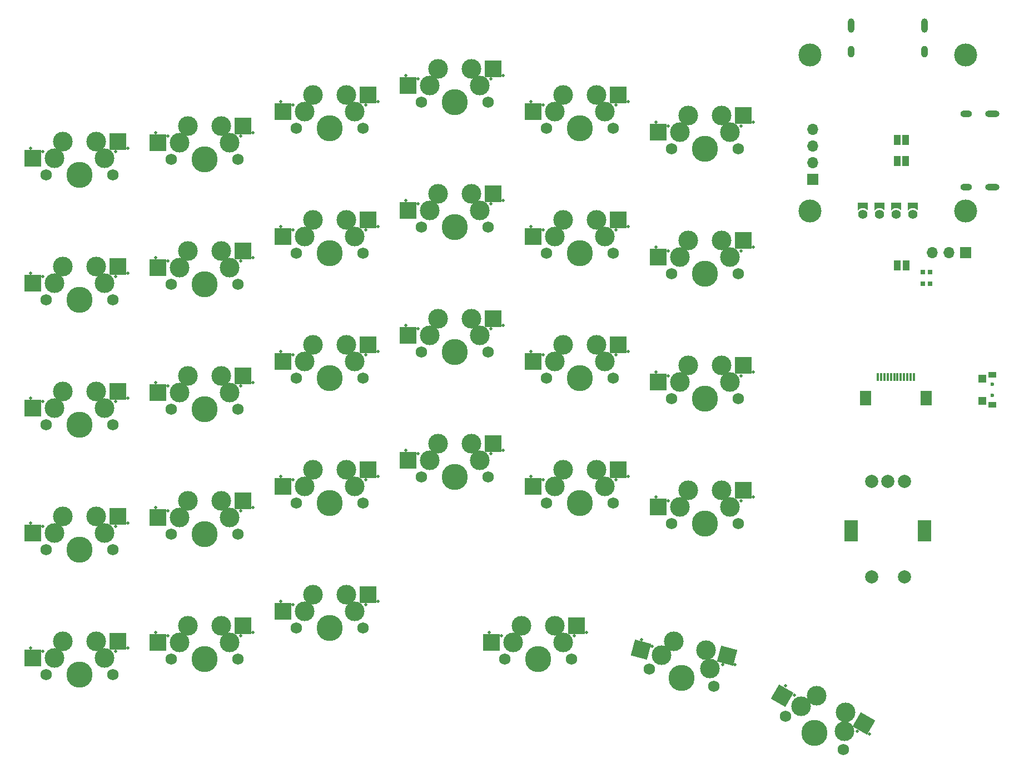
<source format=gbr>
G04 #@! TF.GenerationSoftware,KiCad,Pcbnew,(6.0.2)*
G04 #@! TF.CreationDate,2022-05-21T05:00:10+01:00*
G04 #@! TF.ProjectId,Cantaloupe,43616e74-616c-46f7-9570-652e6b696361,rev?*
G04 #@! TF.SameCoordinates,Original*
G04 #@! TF.FileFunction,Soldermask,Bot*
G04 #@! TF.FilePolarity,Negative*
%FSLAX46Y46*%
G04 Gerber Fmt 4.6, Leading zero omitted, Abs format (unit mm)*
G04 Created by KiCad (PCBNEW (6.0.2)) date 2022-05-21 05:00:10*
%MOMM*%
%LPD*%
G01*
G04 APERTURE LIST*
G04 Aperture macros list*
%AMRotRect*
0 Rectangle, with rotation*
0 The origin of the aperture is its center*
0 $1 length*
0 $2 width*
0 $3 Rotation angle, in degrees counterclockwise*
0 Add horizontal line*
21,1,$1,$2,0,0,$3*%
%AMFreePoly0*
4,1,40,0.702426,0.732426,0.720000,0.690000,0.702426,0.647574,0.696697,0.645201,0.692962,0.637491,0.685177,0.634787,0.579564,0.521125,0.493298,0.383056,0.434696,0.231165,0.405873,0.070933,0.407870,-0.091858,0.440613,-0.251334,0.502922,-0.401742,0.592548,-0.537654,0.700916,-0.648692,0.708765,-0.651204,0.709979,-0.653560,0.712426,-0.654574,0.720333,-0.673664,0.729793,-0.692029,
0.728986,-0.694551,0.730000,-0.697000,0.722094,-0.716087,0.715796,-0.735765,0.713440,-0.736979,0.712426,-0.739426,0.693336,-0.747333,0.674971,-0.756793,0.672449,-0.755986,0.670000,-0.757000,-0.350000,-0.757000,-0.366899,-0.750000,-0.400000,-0.750000,-0.400000,-0.721141,-0.410000,-0.697000,-0.410000,0.690000,-0.400000,0.714141,-0.400000,0.750000,0.660000,0.750000,0.702426,0.732426,
0.702426,0.732426,$1*%
G04 Aperture macros list end*
%ADD10C,1.400000*%
%ADD11C,3.500000*%
%ADD12FreePoly0,270.000000*%
%ADD13C,3.000000*%
%ADD14C,1.750000*%
%ADD15C,3.987800*%
%ADD16C,0.500000*%
%ADD17RotRect,2.550000X2.500000X345.000000*%
%ADD18RotRect,2.550000X2.500000X330.000000*%
%ADD19C,2.000000*%
%ADD20R,2.000000X3.200000*%
%ADD21R,2.550000X2.500000*%
%ADD22O,1.000000X1.800000*%
%ADD23O,1.000000X2.200000*%
%ADD24O,2.200000X1.000000*%
%ADD25O,1.800000X1.000000*%
%ADD26R,0.700000X0.700000*%
%ADD27R,1.700000X1.700000*%
%ADD28O,1.700000X1.700000*%
%ADD29C,0.600000*%
%ADD30R,1.200000X0.900000*%
%ADD31R,1.300000X1.150000*%
%ADD32R,1.000000X1.500000*%
%ADD33R,0.300000X1.300000*%
%ADD34R,1.800000X2.200000*%
G04 APERTURE END LIST*
D10*
X145923078Y-44409596D03*
X148463078Y-44409596D03*
D11*
X159063078Y-20109596D03*
X135323078Y-20109596D03*
D10*
X151003078Y-44409596D03*
D11*
X135323078Y-43909596D03*
D10*
X143383078Y-44409596D03*
D11*
X159063078Y-43909596D03*
D12*
X151013078Y-43069596D03*
X148473078Y-43069596D03*
X145933078Y-43069596D03*
X143393078Y-43069596D03*
D13*
X119500773Y-110829505D03*
D14*
X110825618Y-113764207D03*
D13*
X114593870Y-109514704D03*
D14*
X120639424Y-116393809D03*
D13*
X120070099Y-113611657D03*
X112709744Y-111639456D03*
D15*
X115732521Y-115079008D03*
D16*
X109655140Y-109226652D03*
D17*
X109546337Y-110791823D03*
D16*
X111295579Y-110225255D03*
D17*
X122690260Y-111684126D03*
D16*
X123921865Y-113049409D03*
X122001901Y-113094006D03*
D13*
X140538838Y-123213293D03*
X136309576Y-117838589D03*
D14*
X131569872Y-120967998D03*
X140368690Y-126047998D03*
D13*
X140708986Y-120378589D03*
D15*
X135969281Y-123507998D03*
D13*
X133939724Y-119403293D03*
D16*
X132939768Y-117671268D03*
X131613683Y-116282114D03*
D18*
X131103491Y-117765793D03*
D16*
X142538794Y-123213268D03*
D18*
X143568601Y-122029589D03*
D16*
X144404879Y-123667114D03*
D19*
X149693078Y-85139811D03*
X144693078Y-85139811D03*
X147193078Y-85139811D03*
D20*
X141593078Y-92639811D03*
X152793078Y-92639811D03*
D19*
X144693078Y-99639811D03*
X149693078Y-99639811D03*
D14*
X18958511Y-38402748D03*
D13*
X26578511Y-33322748D03*
X27848511Y-35862748D03*
X21498511Y-33322748D03*
X20228511Y-35862748D03*
D14*
X29118511Y-38402748D03*
D15*
X24038511Y-38402748D03*
D21*
X16953511Y-35862748D03*
D16*
X16653511Y-34322748D03*
X18496511Y-34862748D03*
X29580511Y-34862748D03*
D21*
X29880511Y-33322748D03*
D16*
X31423511Y-34322748D03*
D14*
X105318514Y-88408990D03*
D13*
X97698514Y-83328990D03*
D14*
X95158514Y-88408990D03*
D15*
X100238514Y-88408990D03*
D13*
X96428514Y-85868990D03*
X104048514Y-85868990D03*
X102778514Y-83328990D03*
D16*
X94696514Y-84868990D03*
X92853514Y-84328990D03*
D21*
X93153514Y-85868990D03*
D16*
X105780514Y-84868990D03*
X107623514Y-84328990D03*
D21*
X106080514Y-83328990D03*
D13*
X115478499Y-89044011D03*
D15*
X119288499Y-91584011D03*
D14*
X124368499Y-91584011D03*
D13*
X121828499Y-86504011D03*
D14*
X114208499Y-91584011D03*
D13*
X116748499Y-86504011D03*
X123098499Y-89044011D03*
D16*
X113746499Y-88044011D03*
D21*
X112203499Y-89044011D03*
D16*
X111903499Y-87504011D03*
X126673499Y-87504011D03*
D21*
X125130499Y-86504011D03*
D16*
X124830499Y-88044011D03*
D15*
X62138504Y-88409002D03*
D14*
X67218504Y-88409002D03*
X57058504Y-88409002D03*
D13*
X59598504Y-83329002D03*
X58328504Y-85869002D03*
X65948504Y-85869002D03*
X64678504Y-83329002D03*
D21*
X55053504Y-85869002D03*
D16*
X56596504Y-84869002D03*
X54753504Y-84329002D03*
D21*
X67980504Y-83329002D03*
D16*
X67680504Y-84869002D03*
X69523504Y-84329002D03*
D15*
X81188504Y-84440249D03*
D13*
X77378504Y-81900249D03*
D14*
X76108504Y-84440249D03*
X86268504Y-84440249D03*
D13*
X83728504Y-79360249D03*
X78648504Y-79360249D03*
X84998504Y-81900249D03*
D21*
X74103504Y-81900249D03*
D16*
X73803504Y-80360249D03*
X75646504Y-80900249D03*
X88573504Y-80360249D03*
X86730504Y-80900249D03*
D21*
X87030504Y-79360249D03*
D13*
X20228519Y-112062754D03*
D14*
X18958519Y-114602754D03*
D15*
X24038519Y-114602754D03*
D13*
X21498519Y-109522754D03*
D14*
X29118519Y-114602754D03*
D13*
X27848519Y-112062754D03*
X26578519Y-109522754D03*
D21*
X16953519Y-112062754D03*
D16*
X16653519Y-110522754D03*
X18496519Y-111062754D03*
X29580519Y-111062754D03*
D21*
X29880519Y-109522754D03*
D16*
X31423519Y-110522754D03*
D13*
X104048499Y-47768999D03*
D14*
X95158499Y-50308999D03*
D13*
X97698499Y-45228999D03*
D15*
X100238499Y-50308999D03*
D14*
X105318499Y-50308999D03*
D13*
X96428499Y-47768999D03*
X102778499Y-45228999D03*
D21*
X93153499Y-47768999D03*
D16*
X92853499Y-46228999D03*
X94696499Y-46768999D03*
X105780499Y-46768999D03*
X107623499Y-46228999D03*
D21*
X106080499Y-45228999D03*
D13*
X115478509Y-50944005D03*
X116748509Y-48404005D03*
D15*
X119288509Y-53484005D03*
D13*
X121828509Y-48404005D03*
D14*
X124368509Y-53484005D03*
X114208509Y-53484005D03*
D13*
X123098509Y-50944005D03*
D16*
X113746509Y-49944005D03*
D21*
X112203509Y-50944005D03*
D16*
X111903509Y-49404005D03*
X126673509Y-49404005D03*
X124830509Y-49944005D03*
D21*
X125130509Y-48404005D03*
D14*
X29118511Y-76502757D03*
X18958511Y-76502757D03*
D15*
X24038511Y-76502757D03*
D13*
X20228511Y-73962757D03*
X21498511Y-71422757D03*
X27848511Y-73962757D03*
X26578511Y-71422757D03*
D16*
X18496511Y-72962757D03*
D21*
X16953511Y-73962757D03*
D16*
X16653511Y-72422757D03*
D21*
X29880511Y-71422757D03*
D16*
X31423511Y-72422757D03*
X29580511Y-72962757D03*
D13*
X46898518Y-71581487D03*
X40548518Y-69041487D03*
D15*
X43088518Y-74121487D03*
D14*
X38008518Y-74121487D03*
X48168518Y-74121487D03*
D13*
X39278518Y-71581487D03*
X45628518Y-69041487D03*
D16*
X37546518Y-70581487D03*
D21*
X36003518Y-71581487D03*
D16*
X35703518Y-70041487D03*
X50473518Y-70041487D03*
D21*
X48930518Y-69041487D03*
D16*
X48630518Y-70581487D03*
D13*
X58328504Y-66818989D03*
X65948504Y-66818989D03*
X59598504Y-64278989D03*
D14*
X67218504Y-69358989D03*
D13*
X64678504Y-64278989D03*
D14*
X57058504Y-69358989D03*
D15*
X62138504Y-69358989D03*
D21*
X55053504Y-66818989D03*
D16*
X54753504Y-65278989D03*
X56596504Y-65818989D03*
X67680504Y-65818989D03*
D21*
X67980504Y-64278989D03*
D16*
X69523504Y-65278989D03*
D13*
X97698517Y-64279014D03*
D15*
X100238517Y-69359014D03*
D14*
X95158517Y-69359014D03*
D13*
X102778517Y-64279014D03*
X104048517Y-66819014D03*
D14*
X105318517Y-69359014D03*
D13*
X96428517Y-66819014D03*
D16*
X92853517Y-65279014D03*
D21*
X93153517Y-66819014D03*
D16*
X94696517Y-65819014D03*
X107623517Y-65279014D03*
D21*
X106080517Y-64279014D03*
D16*
X105780517Y-65819014D03*
D14*
X76108502Y-65390254D03*
X86268502Y-65390254D03*
D13*
X83728502Y-60310254D03*
D15*
X81188502Y-65390254D03*
D13*
X84998502Y-62850254D03*
X77378502Y-62850254D03*
X78648502Y-60310254D03*
D21*
X74103502Y-62850254D03*
D16*
X73803502Y-61310254D03*
X75646502Y-61850254D03*
D21*
X87030502Y-60310254D03*
D16*
X88573502Y-61310254D03*
X86730502Y-61850254D03*
D14*
X124368506Y-72534002D03*
D15*
X119288506Y-72534002D03*
D14*
X114208506Y-72534002D03*
D13*
X116748506Y-67454002D03*
X123098506Y-69994002D03*
X115478506Y-69994002D03*
X121828506Y-67454002D03*
D21*
X112203506Y-69994002D03*
D16*
X113746506Y-68994002D03*
X111903506Y-68454002D03*
X126673506Y-68454002D03*
X124830506Y-68994002D03*
D21*
X125130506Y-67454002D03*
D13*
X21498521Y-90472756D03*
X20228521Y-93012756D03*
X26578521Y-90472756D03*
D14*
X18958521Y-95552756D03*
D13*
X27848521Y-93012756D03*
D15*
X24038521Y-95552756D03*
D14*
X29118521Y-95552756D03*
D21*
X16953521Y-93012756D03*
D16*
X18496521Y-92012756D03*
X16653521Y-91472756D03*
X31423521Y-91472756D03*
D21*
X29880521Y-90472756D03*
D16*
X29580521Y-92012756D03*
D13*
X40548505Y-88091499D03*
D14*
X38008505Y-93171499D03*
X48168505Y-93171499D03*
D13*
X46898505Y-90631499D03*
D15*
X43088505Y-93171499D03*
D13*
X39278505Y-90631499D03*
X45628505Y-88091499D03*
D21*
X36003505Y-90631499D03*
D16*
X35703505Y-89091499D03*
X37546505Y-89631499D03*
X48630505Y-89631499D03*
D21*
X48930505Y-88091499D03*
D16*
X50473505Y-89091499D03*
D14*
X38008498Y-112221502D03*
D13*
X39278498Y-109681502D03*
X46898498Y-109681502D03*
D15*
X43088498Y-112221502D03*
D13*
X40548498Y-107141502D03*
D14*
X48168498Y-112221502D03*
D13*
X45628498Y-107141502D03*
D16*
X35703498Y-108141502D03*
X37546498Y-108681502D03*
D21*
X36003498Y-109681502D03*
D16*
X50473498Y-108141502D03*
X48630498Y-108681502D03*
D21*
X48930498Y-107141502D03*
D14*
X67218508Y-107458999D03*
D13*
X59598508Y-102378999D03*
X65948508Y-104918999D03*
D14*
X57058508Y-107458999D03*
D13*
X64678508Y-102378999D03*
D15*
X62138508Y-107458999D03*
D13*
X58328508Y-104918999D03*
D16*
X54753508Y-103378999D03*
D21*
X55053508Y-104918999D03*
D16*
X56596508Y-103918999D03*
D21*
X67980508Y-102378999D03*
D16*
X69523508Y-103378999D03*
X67680508Y-103918999D03*
D14*
X88808507Y-112221498D03*
D13*
X97698507Y-109681498D03*
X91348507Y-107141498D03*
X90078507Y-109681498D03*
D15*
X93888507Y-112221498D03*
D14*
X98968507Y-112221498D03*
D13*
X96428507Y-107141498D03*
D16*
X88346507Y-108681498D03*
X86503507Y-108141498D03*
D21*
X86803507Y-109681498D03*
X99730507Y-107141498D03*
D16*
X99430507Y-108681498D03*
X101273507Y-108141498D03*
D22*
X141618078Y-19583417D03*
X152768078Y-19583417D03*
D23*
X152768078Y-15583417D03*
X141618078Y-15583417D03*
D24*
X163098503Y-29058417D03*
X163098503Y-40208417D03*
D25*
X159098503Y-29058417D03*
X159098503Y-40208417D03*
D14*
X57058507Y-31259007D03*
D15*
X62138507Y-31259007D03*
D13*
X65948507Y-28719007D03*
X64678507Y-26179007D03*
D14*
X67218507Y-31259007D03*
D13*
X58328507Y-28719007D03*
X59598507Y-26179007D03*
D21*
X55053507Y-28719007D03*
D16*
X54753507Y-27179007D03*
X56596507Y-27719007D03*
X67680507Y-27719007D03*
X69523507Y-27179007D03*
D21*
X67980507Y-26179007D03*
D13*
X20228513Y-54912742D03*
D14*
X18958513Y-57452742D03*
D13*
X27848513Y-54912742D03*
X21498513Y-52372742D03*
D14*
X29118513Y-57452742D03*
D13*
X26578513Y-52372742D03*
D15*
X24038513Y-57452742D03*
D16*
X16653513Y-53372742D03*
D21*
X16953513Y-54912742D03*
D16*
X18496513Y-53912742D03*
D21*
X29880513Y-52372742D03*
D16*
X29580513Y-53912742D03*
X31423513Y-53372742D03*
D13*
X59598502Y-45229002D03*
X58328502Y-47769002D03*
D14*
X57058502Y-50309002D03*
D13*
X64678502Y-45229002D03*
X65948502Y-47769002D03*
D14*
X67218502Y-50309002D03*
D15*
X62138502Y-50309002D03*
D16*
X56596502Y-46769002D03*
X54753502Y-46229002D03*
D21*
X55053502Y-47769002D03*
D16*
X67680502Y-46769002D03*
X69523502Y-46229002D03*
D21*
X67980502Y-45229002D03*
D13*
X97698507Y-26178993D03*
D15*
X100238507Y-31258993D03*
D13*
X102778507Y-26178993D03*
X104048507Y-28718993D03*
D14*
X105318507Y-31258993D03*
D13*
X96428507Y-28718993D03*
D14*
X95158507Y-31258993D03*
D16*
X92853507Y-27178993D03*
X94696507Y-27718993D03*
D21*
X93153507Y-28718993D03*
D16*
X105780507Y-27718993D03*
X107623507Y-27178993D03*
D21*
X106080507Y-26178993D03*
D13*
X83728509Y-41260246D03*
X77378509Y-43800246D03*
D14*
X76108509Y-46340246D03*
D13*
X84998509Y-43800246D03*
D14*
X86268509Y-46340246D03*
D15*
X81188509Y-46340246D03*
D13*
X78648509Y-41260246D03*
D16*
X73803509Y-42260246D03*
X75646509Y-42800246D03*
D21*
X74103509Y-43800246D03*
X87030509Y-41260246D03*
D16*
X86730509Y-42800246D03*
X88573509Y-42260246D03*
D15*
X81188510Y-27290244D03*
D13*
X83728510Y-22210244D03*
X77378510Y-24750244D03*
X84998510Y-24750244D03*
D14*
X86268510Y-27290244D03*
D13*
X78648510Y-22210244D03*
D14*
X76108510Y-27290244D03*
D16*
X75646510Y-23750244D03*
X73803510Y-23210244D03*
D21*
X74103510Y-24750244D03*
D16*
X86730510Y-23750244D03*
D21*
X87030510Y-22210244D03*
D16*
X88573510Y-23210244D03*
D13*
X46898500Y-33481501D03*
D14*
X48168500Y-36021501D03*
X38008500Y-36021501D03*
D13*
X45628500Y-30941501D03*
D15*
X43088500Y-36021501D03*
D13*
X40548500Y-30941501D03*
X39278500Y-33481501D03*
D16*
X35703500Y-31941501D03*
X37546500Y-32481501D03*
D21*
X36003500Y-33481501D03*
D16*
X50473500Y-31941501D03*
D21*
X48930500Y-30941501D03*
D16*
X48630500Y-32481501D03*
D14*
X38008505Y-55071507D03*
D13*
X46898505Y-52531507D03*
D15*
X43088505Y-55071507D03*
D13*
X40548505Y-49991507D03*
X45628505Y-49991507D03*
X39278505Y-52531507D03*
D14*
X48168505Y-55071507D03*
D16*
X37546505Y-51531507D03*
D21*
X36003505Y-52531507D03*
D16*
X35703505Y-50991507D03*
X48630505Y-51531507D03*
D21*
X48930505Y-49991507D03*
D16*
X50473505Y-50991507D03*
D13*
X121828503Y-29354012D03*
X123098503Y-31894012D03*
D14*
X114208503Y-34434012D03*
D13*
X116748503Y-29354012D03*
D15*
X119288503Y-34434012D03*
D13*
X115478503Y-31894012D03*
D14*
X124368503Y-34434012D03*
D21*
X112203503Y-31894012D03*
D16*
X111903503Y-30354012D03*
X113746503Y-30894012D03*
X126673503Y-30354012D03*
X124830503Y-30894012D03*
D21*
X125130503Y-29354012D03*
D26*
X153588503Y-53182012D03*
X152488503Y-53182012D03*
X152488503Y-55012012D03*
X153588503Y-55012012D03*
D27*
X135788503Y-39043417D03*
D28*
X135788503Y-36503417D03*
X135788503Y-33963417D03*
X135788503Y-31423417D03*
D29*
X163098503Y-70292009D03*
D30*
X163098503Y-68842009D03*
D29*
X163098503Y-71992009D03*
D30*
X163098503Y-73442009D03*
D31*
X161548503Y-72817009D03*
X161548503Y-69467009D03*
D32*
X148638503Y-52184012D03*
X149938503Y-52184012D03*
D33*
X151154078Y-69197012D03*
X150654078Y-69197012D03*
X150154078Y-69197012D03*
X149654078Y-69197012D03*
X149154078Y-69197012D03*
X148654078Y-69197012D03*
X148154078Y-69197012D03*
X147654078Y-69197012D03*
X147154078Y-69197012D03*
X146654078Y-69197012D03*
X146154078Y-69197012D03*
X145654078Y-69197012D03*
D34*
X143754078Y-72447012D03*
X153054078Y-72447012D03*
D27*
X159038503Y-50254012D03*
D28*
X156498503Y-50254012D03*
X153958503Y-50254012D03*
D32*
X148598503Y-36283417D03*
X149898503Y-36283417D03*
X148598503Y-33083417D03*
X149898503Y-33083417D03*
M02*

</source>
